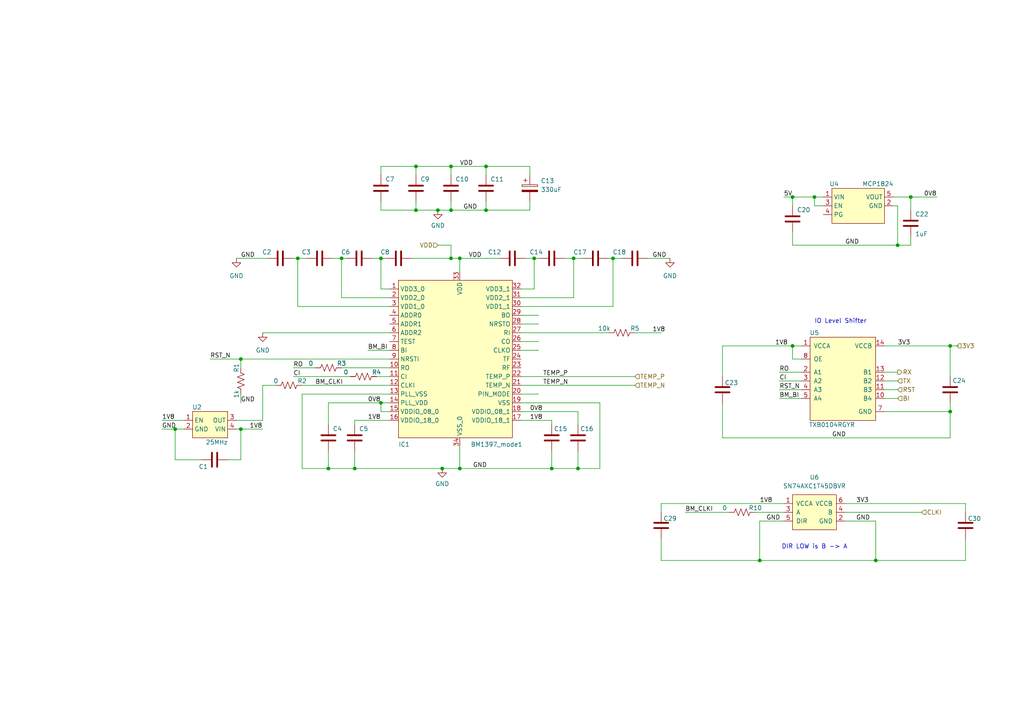
<source format=kicad_sch>
(kicad_sch (version 20231120) (generator "eeschema") (generator_version "8.0")
  (paper "A4")
  (lib_symbols
    (symbol "Device:C" (pin_numbers hide) (pin_names (offset 0.254))
      (property "Reference" "C" (at 0.635 2.54 0))
      (property "Value" "C" (at 0.635 -2.54 0))
      (symbol "C_0_1"
        (polyline (pts (xy -2.032 -0.762) (xy 2.032 -0.762)) (stroke (width 0.508)))
        (polyline (pts (xy -2.032 0.762) (xy 2.032 0.762)) (stroke (width 0.508)))
      )
      (symbol "C_1_1"
        (pin passive line (at 0 3.81 270) (length 2.794) (name "~") (number "1"))
        (pin passive line (at 0 -3.81 90) (length 2.794) (name "~") (number "2"))
      )
    )
    (symbol "Device:C_Polarized" (pin_numbers hide) (pin_names (offset 0.254))
      (property "Reference" "C" (at 0.635 2.54 0))
      (property "Value" "C_Polarized" (at 0.635 -2.54 0))
      (symbol "C_Polarized_0_1"
        (rectangle (start -2.286 0.508) (end 2.286 1.016))
        (polyline (pts (xy -1.778 2.286) (xy -0.762 2.286)))
        (polyline (pts (xy -1.27 2.794) (xy -1.27 1.778)))
        (rectangle (start 2.286 -0.508) (end -2.286 -1.016) (fill (type outline)))
      )
      (symbol "C_Polarized_1_1"
        (pin passive line (at 0 3.81 270) (length 2.794) (name "~") (number "1"))
        (pin passive line (at 0 -3.81 90) (length 2.794) (name "~") (number "2"))
      )
    )
    (symbol "Device:R_US" (pin_numbers hide) (pin_names (offset 0))
      (property "Reference" "R" (at 2.54 0 90))
      (property "Value" "R_US" (at -2.54 0 90))
      (symbol "R_US_0_1"
        (polyline (pts (xy 0 -2.286) (xy 0 -2.54)))
        (polyline (pts (xy 0 2.286) (xy 0 2.54)))
        (polyline (pts (xy 0 -0.762) (xy 1.016 -1.143) (xy 0 -1.524) (xy -1.016 -1.905) (xy 0 -2.286)))
        (polyline (pts (xy 0 0.762) (xy 1.016 0.381) (xy 0 0) (xy -1.016 -0.381) (xy 0 -0.762)))
        (polyline (pts (xy 0 2.286) (xy 1.016 1.905) (xy 0 1.524) (xy -1.016 1.143) (xy 0 0.762)))
      )
      (symbol "R_US_1_1"
        (pin passive line (at 0 3.81 270) (length 1.27) (name "~") (number "1"))
        (pin passive line (at 0 -3.81 90) (length 1.27) (name "~") (number "2"))
      )
    )
    (symbol "GND_1" (power) (pin_numbers hide) (pin_names (offset 0) hide)
      (property "Value" "GND" (at 0 -3.81 0))
      (symbol "GND_1_0_1"
        (polyline (pts (xy 0 0) (xy 0 -1.27) (xy 1.27 -1.27) (xy 0 -2.54) (xy -1.27 -1.27) (xy 0 -1.27)))
      )
      (symbol "GND_1_1_1"
        (pin power_in line (at 0 0 270) (length 0) (name "~") (number "1"))
      )
    )
    (symbol "GND_2" (power) (pin_numbers hide) (pin_names (offset 0) hide)
      (property "Value" "GND" (at 0 -3.81 0))
      (symbol "GND_2_0_1"
        (polyline (pts (xy 0 0) (xy 0 -1.27) (xy 1.27 -1.27) (xy 0 -2.54) (xy -1.27 -1.27) (xy 0 -1.27)))
      )
      (symbol "GND_2_1_1"
        (pin power_in line (at 0 0 270) (length 0) (name "~") (number "1"))
      )
    )
    (symbol "MCP1824_1"
      (property "Reference" "U" (at -7.62 5.08 0))
      (property "Value" "MCP1824_1" (at 5.08 5.08 0))
      (symbol "MCP1824_1_0_1"
        (rectangle (start -7.62 3.81) (end 7.62 -6.35) (stroke (width 0.1524)) (fill (type background)))
      )
      (symbol "MCP1824_1_1_0"
        (pin bidirectional line (at -10.16 1.27 0) (length 2.54) (name "VIN") (number "1"))
        (pin bidirectional line (at 10.16 -1.27 180) (length 2.54) (name "GND") (number "2"))
        (pin bidirectional line (at -10.16 -1.27 0) (length 2.54) (name "EN") (number "3"))
        (pin bidirectional line (at -10.16 -3.81 0) (length 2.54) (name "PG") (number "4"))
        (pin bidirectional line (at 10.16 1.27 180) (length 2.54) (name "VOUT") (number "5"))
      )
    )
    (symbol "bitaxe:BM1397_mode1"
      (property "Reference" "IC" (at -17.78 17.78 0))
      (property "Value" "BM1397_mode1" (at -17.78 -30.48 0))
      (symbol "BM1397_mode1_1_0"
        (pin bidirectional line (at -20.32 15.24 0) (length 2.54) (name "VDD3_0") (number "1"))
        (pin bidirectional line (at -20.32 -7.62 0) (length 2.54) (name "RO") (number "10"))
        (pin bidirectional line (at -20.32 -10.16 0) (length 2.54) (name "CI") (number "11"))
        (pin bidirectional line (at -20.32 -12.7 0) (length 2.54) (name "CLKI") (number "12"))
        (pin bidirectional line (at -20.32 -15.24 0) (length 2.54) (name "PLL_VSS") (number "13"))
        (pin bidirectional line (at -20.32 -17.78 0) (length 2.54) (name "PLL_VDD") (number "14"))
        (pin bidirectional line (at -20.32 -20.32 0) (length 2.54) (name "VDDIO_08_0") (number "15"))
        (pin bidirectional line (at -20.32 -22.86 0) (length 2.54) (name "VDDIO_18_0") (number "16"))
        (pin bidirectional line (at 17.78 -22.86 180) (length 2.54) (name "VDDIO_18_1") (number "17"))
        (pin bidirectional line (at 17.78 -20.32 180) (length 2.54) (name "VDDIO_08_1") (number "18"))
        (pin bidirectional line (at 17.78 -17.78 180) (length 2.54) (name "VSS") (number "19"))
        (pin bidirectional line (at -20.32 12.7 0) (length 2.54) (name "VDD2_0") (number "2"))
        (pin bidirectional line (at 17.78 -15.24 180) (length 2.54) (name "PIN_MODE") (number "20"))
        (pin bidirectional line (at 17.78 -12.7 180) (length 2.54) (name "TEMP_N") (number "21"))
        (pin bidirectional line (at 17.78 -10.16 180) (length 2.54) (name "TEMP_P") (number "22"))
        (pin bidirectional line (at 17.78 -7.62 180) (length 2.54) (name "RF") (number "23"))
        (pin bidirectional line (at 17.78 -5.08 180) (length 2.54) (name "TF") (number "24"))
        (pin bidirectional line (at 17.78 -2.54 180) (length 2.54) (name "CLKO") (number "25"))
        (pin bidirectional line (at 17.78 0 180) (length 2.54) (name "CO") (number "26"))
        (pin bidirectional line (at 17.78 2.54 180) (length 2.54) (name "RI") (number "27"))
        (pin bidirectional line (at 17.78 5.08 180) (length 2.54) (name "NRSTO") (number "28"))
        (pin bidirectional line (at 17.78 7.62 180) (length 2.54) (name "BO") (number "29"))
        (pin bidirectional line (at -20.32 10.16 0) (length 2.54) (name "VDD1_0") (number "3"))
        (pin bidirectional line (at 17.78 10.16 180) (length 2.54) (name "VDD1_1") (number "30"))
        (pin bidirectional line (at 17.78 12.7 180) (length 2.54) (name "VDD2_1") (number "31"))
        (pin bidirectional line (at 17.78 15.24 180) (length 2.54) (name "VDD3_1") (number "32"))
        (pin bidirectional line (at 0 20.32 270) (length 2.54) (name "VDD") (number "33"))
        (pin bidirectional line (at 0 -30.48 90) (length 2.54) (name "VSS_0") (number "34"))
        (pin bidirectional line (at -20.32 7.62 0) (length 2.54) (name "ADDR0") (number "4"))
        (pin bidirectional line (at -20.32 5.08 0) (length 2.54) (name "ADDR1") (number "5"))
        (pin bidirectional line (at -20.32 2.54 0) (length 2.54) (name "ADDR2") (number "6"))
        (pin bidirectional line (at -20.32 0 0) (length 2.54) (name "TEST") (number "7"))
        (pin bidirectional line (at -20.32 -2.54 0) (length 2.54) (name "BI") (number "8"))
        (pin bidirectional line (at -20.32 -5.08 0) (length 2.54) (name "NRSTI") (number "9"))
      )
      (symbol "BM1397_mode1_1_1"
        (rectangle (start -17.78 17.78) (end 15.24 -27.94) (stroke (width 0.1524)) (fill (type background)))
      )
    )
    (symbol "bitaxe:SN74AXC1T45DBVR" (pin_names (offset 1.016))
      (property "Reference" "U" (at -10.16 10.922 0))
      (property "Value" "SN74AXC1T45DBVR" (at -10.16 -2.54 0))
      (symbol "SN74AXC1T45DBVR_0_0"
        (rectangle (start -10.16 10.16) (end 2.54 0) (stroke (width 0.1524)) (fill (type background)))
        (pin power_in line (at -12.7 7.62 0) (length 2.54) (name "VCCA") (number "1"))
        (pin power_in line (at 5.08 2.54 180) (length 2.54) (name "GND") (number "2"))
        (pin bidirectional line (at -12.7 5.08 0) (length 2.54) (name "A") (number "3"))
        (pin bidirectional line (at 5.08 5.08 180) (length 2.54) (name "B") (number "4"))
        (pin input line (at -12.7 2.54 0) (length 2.54) (name "DIR") (number "5"))
        (pin power_in line (at 5.08 7.62 180) (length 2.54) (name "VCCB") (number "6"))
      )
    )
    (symbol "bitaxe:TXB0104RGYR" (pin_names (offset 1.016))
      (property "Reference" "U" (at -8.89 12.7 0))
      (property "Value" "TXB0104RGYR" (at -8.89 -11.43 0))
      (symbol "TXB0104RGYR_0_0"
        (rectangle (start -8.89 12.7) (end 10.16 -11.43) (stroke (width 0.1524)) (fill (type background)))
        (pin power_in line (at -11.43 10.16 0) (length 2.54) (name "VCCA") (number "1"))
        (pin bidirectional line (at 12.7 -5.08 180) (length 2.54) (name "B4") (number "10"))
        (pin bidirectional line (at 12.7 -2.54 180) (length 2.54) (name "B3") (number "11"))
        (pin bidirectional line (at 12.7 0 180) (length 2.54) (name "B2") (number "12"))
        (pin bidirectional line (at 12.7 2.54 180) (length 2.54) (name "B1") (number "13"))
        (pin power_in line (at 12.7 10.16 180) (length 2.54) (name "VCCB") (number "14"))
        (pin passive line (at 12.7 -8.89 180) (length 2.54) hide (name "GND") (number "15"))
        (pin passive line (at 12.7 -8.89 180) (length 2.54) hide (name "GND") (number "16"))
        (pin passive line (at 12.7 -8.89 180) (length 2.54) hide (name "GND") (number "17"))
        (pin passive line (at 12.7 -8.89 180) (length 2.54) hide (name "GND") (number "18"))
        (pin passive line (at 12.7 -8.89 180) (length 2.54) hide (name "GND") (number "19"))
        (pin bidirectional line (at -11.43 2.54 0) (length 2.54) (name "A1") (number "2"))
        (pin bidirectional line (at -11.43 0 0) (length 2.54) (name "A2") (number "3"))
        (pin bidirectional line (at -11.43 -2.54 0) (length 2.54) (name "A3") (number "4"))
        (pin bidirectional line (at -11.43 -5.08 0) (length 2.54) (name "A4") (number "5"))
        (pin power_in line (at 12.7 -8.89 180) (length 2.54) (name "GND") (number "7"))
        (pin input line (at -11.43 6.35 0) (length 2.54) (name "OE") (number "8"))
      )
    )
    (symbol "bitaxe:oscillator"
      (property "Reference" "U" (at -3.81 5.08 0))
      (property "Value" "oscillator" (at 0 -5.08 0))
      (symbol "oscillator_0_1"
        (rectangle (start -5.08 3.81) (end 5.08 -3.81) (stroke (width 0.1524)) (fill (type background)))
      )
      (symbol "oscillator_1_0"
        (pin bidirectional line (at -7.62 1.27 0) (length 2.54) (name "EN") (number "1"))
        (pin bidirectional line (at -7.62 -1.27 0) (length 2.54) (name "GND") (number "2"))
        (pin bidirectional line (at 7.62 1.27 180) (length 2.54) (name "OUT") (number "3"))
        (pin bidirectional line (at 7.62 -1.27 180) (length 2.54) (name "VIN") (number "4"))
      )
    )
    (symbol "power:GND" (power) (pin_names (offset 0))
      (property "Value" "GND" (at 0 -3.81 0))
      (symbol "GND_0_1"
        (polyline (pts (xy 0 0) (xy 0 -1.27) (xy 1.27 -1.27) (xy 0 -2.54) (xy -1.27 -1.27) (xy 0 -1.27)))
      )
      (symbol "GND_1_1"
        (pin power_in line (at 0 0 270) (length 0) hide (name "GND") (number "1"))
      )
    )
  )
  (junction (at 127 60.96))
  (junction (at 229.87 57.15) (diameter 0.9144))
  (junction (at 140.97 60.96))
  (junction (at 95.25 135.89))
  (junction (at 130.81 60.96) (diameter 0.9144))
  (junction (at 275.59 100.33))
  (junction (at 160.02 135.89))
  (junction (at 130.81 74.93))
  (junction (at 50.8 124.46))
  (junction (at 167.64 135.89))
  (junction (at 128.27 135.89))
  (junction (at 102.87 135.89))
  (junction (at 236.22 57.15))
  (junction (at 120.65 60.96) (diameter 0.9144))
  (junction (at 264.16 57.15) (diameter 0.9144))
  (junction (at 99.06 74.93))
  (junction (at 154.94 74.93))
  (junction (at 275.59 119.38))
  (junction (at 130.81 48.26) (diameter 0.9144))
  (junction (at 166.37 74.93))
  (junction (at 254 162.56))
  (junction (at 86.36 74.93))
  (junction (at 177.8 74.93))
  (junction (at 140.97 48.26))
  (junction (at 110.49 116.84))
  (junction (at 133.35 135.89))
  (junction (at 69.85 124.46))
  (junction (at 220.345 162.56))
  (junction (at 133.35 74.93))
  (junction (at 260.35 71.12) (diameter 0.9144))
  (junction (at 120.65 48.26) (diameter 0.9144))
  (junction (at 229.87 100.33))
  (junction (at 69.85 104.14))
  (junction (at 110.49 74.93))
  (wire (pts (xy 133.35 135.89) (xy 133.35 129.54)))
  (wire (pts (xy 110.49 74.93) (xy 110.49 83.82)))
  (wire (pts (xy 107.95 74.93) (xy 110.49 74.93)))
  (wire (pts (xy 69.85 124.46) (xy 76.2 124.46)))
  (wire (pts (xy 226.06 110.49) (xy 232.41 110.49)))
  (wire (pts (xy 102.87 130.81) (xy 102.87 135.89)))
  (wire (pts (xy 209.55 116.84) (xy 209.55 127)))
  (wire (pts (xy 226.06 115.57) (xy 232.41 115.57)))
  (wire (pts (xy 68.58 124.46) (xy 69.85 124.46)))
  (wire (pts (xy 187.96 74.93) (xy 194.31 74.93)))
  (wire (pts (xy 154.94 74.93) (xy 156.21 74.93)))
  (wire (pts (xy 220.345 151.13) (xy 220.345 162.56)))
  (wire (pts (xy 120.65 50.8) (xy 120.65 48.26)))
  (wire (pts (xy 76.2 96.52) (xy 113.03 96.52)))
  (wire (pts (xy 110.49 50.8) (xy 110.49 48.26)))
  (wire (pts (xy 166.37 86.36) (xy 166.37 74.93)))
  (wire (pts (xy 226.06 107.95) (xy 232.41 107.95)))
  (wire (pts (xy 130.81 60.96) (xy 127 60.96)))
  (wire (pts (xy 153.67 58.42) (xy 153.67 60.96)))
  (wire (pts (xy 236.22 59.69) (xy 238.76 59.69)))
  (wire (pts (xy 184.15 96.52) (xy 191.77 96.52)))
  (wire (pts (xy 280.035 156.21) (xy 280.035 162.56)))
  (wire (pts (xy 160.02 130.81) (xy 160.02 135.89)))
  (wire (pts (xy 86.36 88.9) (xy 86.36 74.93)))
  (wire (pts (xy 173.99 116.84) (xy 151.13 116.84)))
  (wire (pts (xy 260.35 71.12) (xy 229.87 71.12)))
  (wire (pts (xy 110.49 119.38) (xy 110.49 116.84)))
  (wire (pts (xy 245.11 151.13) (xy 254 151.13)))
  (wire (pts (xy 68.58 121.92) (xy 76.2 121.92)))
  (wire (pts (xy 260.35 59.69) (xy 259.08 59.69)))
  (wire (pts (xy 198.755 148.59) (xy 211.455 148.59)))
  (wire (pts (xy 127 60.96) (xy 120.65 60.96)))
  (wire (pts (xy 191.77 146.05) (xy 191.77 148.59)))
  (wire (pts (xy 95.25 130.81) (xy 95.25 135.89)))
  (wire (pts (xy 152.4 74.93) (xy 154.94 74.93)))
  (wire (pts (xy 236.22 59.69) (xy 236.22 57.15)))
  (wire (pts (xy 76.2 111.76) (xy 76.2 121.92)))
  (wire (pts (xy 50.8 133.35) (xy 50.8 124.46)))
  (wire (pts (xy 127 71.12) (xy 130.81 71.12)))
  (wire (pts (xy 227.33 57.15) (xy 229.87 57.15)))
  (wire (pts (xy 46.99 124.46) (xy 50.8 124.46)))
  (wire (pts (xy 167.64 119.38) (xy 167.64 123.19)))
  (wire (pts (xy 140.97 60.96) (xy 153.67 60.96)))
  (wire (pts (xy 95.25 135.89) (xy 102.87 135.89)))
  (wire (pts (xy 87.63 114.3) (xy 87.63 135.89)))
  (wire (pts (xy 236.22 57.15) (xy 238.76 57.15)))
  (wire (pts (xy 245.11 148.59) (xy 267.335 148.59)))
  (wire (pts (xy 275.59 100.33) (xy 278.13 100.33)))
  (wire (pts (xy 151.13 119.38) (xy 167.64 119.38)))
  (wire (pts (xy 95.25 116.84) (xy 110.49 116.84)))
  (wire (pts (xy 119.38 74.93) (xy 130.81 74.93)))
  (wire (pts (xy 130.81 48.26) (xy 140.97 48.26)))
  (wire (pts (xy 151.13 91.44) (xy 156.21 91.44)))
  (wire (pts (xy 68.58 74.93) (xy 77.47 74.93)))
  (wire (pts (xy 209.55 109.22) (xy 209.55 100.33)))
  (wire (pts (xy 151.13 101.6) (xy 156.21 101.6)))
  (wire (pts (xy 85.09 109.22) (xy 101.6 109.22)))
  (wire (pts (xy 245.11 146.05) (xy 280.035 146.05)))
  (wire (pts (xy 259.08 57.15) (xy 264.16 57.15)))
  (wire (pts (xy 113.03 83.82) (xy 110.49 83.82)))
  (wire (pts (xy 229.87 57.15) (xy 229.87 59.69)))
  (wire (pts (xy 86.36 74.93) (xy 88.9 74.93)))
  (wire (pts (xy 110.49 48.26) (xy 120.65 48.26)))
  (wire (pts (xy 128.27 135.89) (xy 133.35 135.89)))
  (wire (pts (xy 256.54 110.49) (xy 260.35 110.49)))
  (wire (pts (xy 140.97 50.8) (xy 140.97 48.26)))
  (wire (pts (xy 106.68 101.6) (xy 113.03 101.6)))
  (wire (pts (xy 229.87 100.33) (xy 232.41 100.33)))
  (wire (pts (xy 166.37 74.93) (xy 168.91 74.93)))
  (wire (pts (xy 120.65 60.96) (xy 110.49 60.96)))
  (wire (pts (xy 133.35 74.93) (xy 133.35 78.74)))
  (wire (pts (xy 173.99 135.89) (xy 173.99 116.84)))
  (wire (pts (xy 133.35 135.89) (xy 160.02 135.89)))
  (wire (pts (xy 66.04 133.35) (xy 69.85 133.35)))
  (wire (pts (xy 151.13 121.92) (xy 160.02 121.92)))
  (wire (pts (xy 99.06 106.68) (xy 113.03 106.68)))
  (wire (pts (xy 153.67 50.8) (xy 153.67 48.26)))
  (wire (pts (xy 110.49 58.42) (xy 110.49 60.96)))
  (wire (pts (xy 76.2 111.76) (xy 80.01 111.76)))
  (wire (pts (xy 151.13 111.76) (xy 184.15 111.76)))
  (wire (pts (xy 280.035 146.05) (xy 280.035 148.59)))
  (wire (pts (xy 69.85 104.14) (xy 113.03 104.14)))
  (wire (pts (xy 226.06 113.03) (xy 232.41 113.03)))
  (wire (pts (xy 46.99 121.92) (xy 53.34 121.92)))
  (wire (pts (xy 151.13 96.52) (xy 176.53 96.52)))
  (wire (pts (xy 95.25 123.19) (xy 95.25 116.84)))
  (wire (pts (xy 69.85 133.35) (xy 69.85 124.46)))
  (wire (pts (xy 163.83 74.93) (xy 166.37 74.93)))
  (wire (pts (xy 254 162.56) (xy 220.345 162.56)))
  (wire (pts (xy 220.345 162.56) (xy 191.77 162.56)))
  (wire (pts (xy 151.13 99.06) (xy 156.21 99.06)))
  (wire (pts (xy 140.97 48.26) (xy 153.67 48.26)))
  (wire (pts (xy 167.64 135.89) (xy 173.99 135.89)))
  (wire (pts (xy 130.81 71.12) (xy 130.81 74.93)))
  (wire (pts (xy 140.97 58.42) (xy 140.97 60.96)))
  (wire (pts (xy 85.09 106.68) (xy 91.44 106.68)))
  (wire (pts (xy 191.77 162.56) (xy 191.77 156.21)))
  (wire (pts (xy 144.78 74.93) (xy 133.35 74.93)))
  (wire (pts (xy 264.16 57.15) (xy 264.16 60.96)))
  (wire (pts (xy 151.13 93.98) (xy 156.21 93.98)))
  (wire (pts (xy 176.53 74.93) (xy 177.8 74.93)))
  (wire (pts (xy 50.8 124.46) (xy 53.34 124.46)))
  (wire (pts (xy 102.87 135.89) (xy 128.27 135.89)))
  (wire (pts (xy 256.54 115.57) (xy 260.35 115.57)))
  (wire (pts (xy 209.55 100.33) (xy 229.87 100.33)))
  (wire (pts (xy 113.03 86.36) (xy 99.06 86.36)))
  (wire (pts (xy 140.97 60.96) (xy 130.81 60.96)))
  (wire (pts (xy 113.03 119.38) (xy 110.49 119.38)))
  (wire (pts (xy 110.49 116.84) (xy 113.03 116.84)))
  (wire (pts (xy 229.87 104.14) (xy 229.87 100.33)))
  (wire (pts (xy 256.54 113.03) (xy 260.35 113.03)))
  (wire (pts (xy 160.02 135.89) (xy 167.64 135.89)))
  (wire (pts (xy 229.87 57.15) (xy 236.22 57.15)))
  (wire (pts (xy 191.77 146.05) (xy 227.33 146.05)))
  (wire (pts (xy 69.85 114.3) (xy 69.85 116.84)))
  (wire (pts (xy 167.64 130.81) (xy 167.64 135.89)))
  (wire (pts (xy 120.65 58.42) (xy 120.65 60.96)))
  (wire (pts (xy 254 151.13) (xy 254 162.56)))
  (wire (pts (xy 102.87 123.19) (xy 102.87 121.92)))
  (wire (pts (xy 102.87 121.92) (xy 113.03 121.92)))
  (wire (pts (xy 256.54 100.33) (xy 275.59 100.33)))
  (wire (pts (xy 87.63 135.89) (xy 95.25 135.89)))
  (wire (pts (xy 58.42 133.35) (xy 50.8 133.35)))
  (wire (pts (xy 87.63 114.3) (xy 113.03 114.3)))
  (wire (pts (xy 151.13 88.9) (xy 177.8 88.9)))
  (wire (pts (xy 260.35 59.69) (xy 260.35 71.12)))
  (wire (pts (xy 110.49 74.93) (xy 111.76 74.93)))
  (wire (pts (xy 85.09 74.93) (xy 86.36 74.93)))
  (wire (pts (xy 113.03 88.9) (xy 86.36 88.9)))
  (wire (pts (xy 264.16 71.12) (xy 260.35 71.12)))
  (wire (pts (xy 120.65 48.26) (xy 130.81 48.26)))
  (wire (pts (xy 275.59 119.38) (xy 275.59 127)))
  (wire (pts (xy 256.54 119.38) (xy 275.59 119.38)))
  (wire (pts (xy 229.87 67.31) (xy 229.87 71.12)))
  (wire (pts (xy 177.8 88.9) (xy 177.8 74.93)))
  (wire (pts (xy 130.81 50.8) (xy 130.81 48.26)))
  (wire (pts (xy 130.81 74.93) (xy 133.35 74.93)))
  (wire (pts (xy 60.96 104.14) (xy 69.85 104.14)))
  (wire (pts (xy 275.59 116.84) (xy 275.59 119.38)))
  (wire (pts (xy 275.59 100.33) (xy 275.59 109.22)))
  (wire (pts (xy 220.345 151.13) (xy 227.33 151.13)))
  (wire (pts (xy 96.52 74.93) (xy 99.06 74.93)))
  (wire (pts (xy 209.55 127) (xy 275.59 127)))
  (wire (pts (xy 99.06 86.36) (xy 99.06 74.93)))
  (wire (pts (xy 264.16 68.58) (xy 264.16 71.12)))
  (wire (pts (xy 160.02 121.92) (xy 160.02 123.19)))
  (wire (pts (xy 264.16 57.15) (xy 271.78 57.15)))
  (wire (pts (xy 99.06 74.93) (xy 100.33 74.93)))
  (wire (pts (xy 232.41 104.14) (xy 229.87 104.14)))
  (wire (pts (xy 154.94 83.82) (xy 154.94 74.93)))
  (wire (pts (xy 256.54 107.95) (xy 260.35 107.95)))
  (wire (pts (xy 69.85 104.14) (xy 69.85 106.68)))
  (wire (pts (xy 151.13 86.36) (xy 166.37 86.36)))
  (wire (pts (xy 151.13 109.22) (xy 184.15 109.22)))
  (wire (pts (xy 219.075 148.59) (xy 227.33 148.59)))
  (wire (pts (xy 109.22 109.22) (xy 113.03 109.22)))
  (wire (pts (xy 130.81 58.42) (xy 130.81 60.96)))
  (wire (pts (xy 151.13 83.82) (xy 154.94 83.82)))
  (wire (pts (xy 280.035 162.56) (xy 254 162.56)))
  (wire (pts (xy 151.13 114.3) (xy 156.21 114.3)))
  (wire (pts (xy 87.63 111.76) (xy 113.03 111.76)))
  (wire (pts (xy 177.8 74.93) (xy 180.34 74.93)))
  (text "DIR LOW is B -> A" (at 226.695 159.385 0) (effects (font (size 1.27 1.27)) (justify left bottom)))
  (text "IO Level Shifter" (at 236.22 93.98 0) (effects (font (size 1.27 1.27)) (justify left bottom)))
  (label "TEMP_N" (at 157.48 111.76 0))
  (label "1V8" (at 153.67 121.92 0))
  (label "0V8" (at 106.68 116.84 0))
  (label "VDD" (at 135.89 74.93 0))
  (label "GND" (at 222.25 151.13 0))
  (label "GND" (at 46.99 124.46 0))
  (label "GND" (at 189.23 74.93 0))
  (label "1V8" (at 220.345 146.05 0))
  (label "RST_N" (at 60.96 104.14 0))
  (label "RO" (at 226.06 107.95 0))
  (label "3V3" (at 248.285 146.05 0))
  (label "1V8" (at 46.99 121.92 0))
  (label "GND" (at 138.43 60.96 180))
  (label "GND" (at 245.11 71.12 0))
  (label "GND" (at 248.285 151.13 0))
  (label "0V8" (at 153.67 119.38 0))
  (label "1V8" (at 106.68 121.92 0))
  (label "3V3" (at 260.35 100.33 0))
  (label "BM_CLKI" (at 91.44 111.76 0))
  (label "1V8" (at 224.79 100.33 0))
  (label "0V8" (at 267.97 57.15 0))
  (label "GND" (at 137.16 135.89 0))
  (label "BM_BI" (at 226.06 115.57 0))
  (label "CI" (at 226.06 110.49 0))
  (label "GND" (at 69.85 74.93 0))
  (label "BM_BI" (at 106.68 101.6 0))
  (label "1V8" (at 189.23 96.52 0))
  (label "GND" (at 241.3 127 0))
  (label "CI" (at 85.09 109.22 0))
  (label "1V8" (at 72.39 124.46 0))
  (label "TEMP_P" (at 157.48 109.22 0))
  (label "GND" (at 69.85 116.84 0))
  (label "RST_N" (at 226.06 113.03 0))
  (label "BM_CLKI" (at 198.755 148.59 0))
  (label "RO" (at 85.09 106.68 0))
  (label "VDD" (at 133.35 48.26 0))
  (label "5V" (at 227.33 57.15 0))
  (hierarchical_label "TEMP_N" (shape input) (at 184.15 111.76 0))
  (hierarchical_label "RST" (shape input) (at 260.35 113.03 0))
  (hierarchical_label "CLKI" (shape input) (at 267.335 148.59 0))
  (hierarchical_label "RX" (shape output) (at 260.35 107.95 0))
  (hierarchical_label "VDD" (shape input) (at 127 71.12 180))
  (hierarchical_label "3V3" (shape input) (at 277.495 100.33 0))
  (hierarchical_label "BI" (shape input) (at 260.35 115.57 0))
  (hierarchical_label "TX" (shape input) (at 260.35 110.49 0))
  (hierarchical_label "TEMP_P" (shape input) (at 184.15 109.22 0))
  (symbol (lib_id "Device:C") (at 209.55 113.03 0) (unit 1)
    (property "Reference" "C23" (at 210.185 111.76 0) (effects (justify left bottom)))
    (property "Value" "311-3342-1-ND" (effects (hide yes)))
    (property "Footprint" "Capacitor_SMD:C_0402_1005Metric" (effects (hide yes)))
    (property "DK" "1292-1639-1-ND" (effects (hide yes)))
  )
  (symbol (lib_id "Device:C") (at 160.02 74.93 90) (unit 1)
    (property "Reference" "C14" (at 157.48 72.39 90) (effects (justify left bottom)))
    (property "Value" "587-5514-1-ND" (effects (hide yes)))
    (property "Footprint" "Capacitor_SMD:C_0402_1005Metric" (effects (hide yes)))
    (property "DK" "587-5514-1-ND" (effects (hide yes)))
  )
  (symbol (lib_id "Device:R_US") (at 215.265 148.59 90) (unit 1)
    (property "Reference" "R10" (at 219.075 147.32 90))
    (property "Value" "0" (at 210.185 147.32 90))
    (property "Footprint" "Resistor_SMD:R_0402_1005Metric" (effects (hide yes)))
    (property "DK" "RMCF0402ZT0R00CT-ND" (effects (hide yes)))
  )
  (symbol (lib_id "Device:C") (at 275.59 113.03 0) (unit 1)
    (property "Reference" "C24" (at 276.225 111.125 0) (effects (justify left bottom)))
    (property "Value" "311-3342-1-ND" (effects (hide yes)))
    (property "Footprint" "Capacitor_SMD:C_0402_1005Metric" (effects (hide yes)))
    (property "DK" "1292-1639-1-ND" (effects (hide yes)))
  )
  (symbol (lib_id "Device:C") (at 95.25 127 0) (unit 1)
    (property "Reference" "C4" (at 96.52 125.095 0) (effects (justify left bottom)))
    (property "Value" "587-5514-1-ND" (effects (hide yes)))
    (property "Footprint" "Capacitor_SMD:C_0402_1005Metric" (effects (hide yes)))
    (property "DK" "587-5514-1-ND" (effects (hide yes)))
  )
  (symbol (lib_id "Device:C") (at 167.64 127 0) (unit 1)
    (property "Reference" "C16" (at 168.275 125.095 0) (effects (justify left bottom)))
    (property "Value" "587-5514-1-ND" (effects (hide yes)))
    (property "Footprint" "Capacitor_SMD:C_0402_1005Metric" (effects (hide yes)))
    (property "DK" "587-5514-1-ND" (effects (hide yes)))
  )
  (symbol (lib_id "bitaxe:TXB0104RGYR") (at 243.84 110.49 0) (unit 1)
    (property "Reference" "U5" (at 236.22 96.52 0))
    (property "Value" "TXB0104RGYR" (at 241.3 123.19 0))
    (property "Footprint" "bitaxe:TXB0104" (effects (hide yes)))
    (property "Datasheet" "https://www.ti.com/lit/ds/symlink/txb0104.pdf?HQS=dis-dk-null-digikeymode-dsf-pf-null-wwe&ts=1669420543825&ref_url=https%253A%252F%252Fwww.ti.com%252Fgeneral%252Fdocs%252Fsuppproductinfo.tsp%253FdistId%253D10%2526gotoUrl%253Dhttps%253A%252F%252Fwww.ti.com%252Flit%252Fgpn%252Ftxb0104" (effects (hide yes)))
    (property "DK" "296-21930-1-ND" (effects (hide yes)))
    (property "PARTNO" "TXB0104RGYR" (effects (hide yes)))
  )
  (symbol (lib_id "Device:R_US") (at 95.25 106.68 90) (unit 1)
    (property "Reference" "R3" (at 99.06 105.41 90))
    (property "Value" "0" (at 90.17 105.41 90))
    (property "Footprint" "Resistor_SMD:R_0402_1005Metric" (effects (hide yes)))
    (property "DK" "RMCF0402ZT0R00CT-ND" (effects (hide yes)))
  )
  (symbol (lib_id "Device:C") (at 115.57 74.93 90) (unit 1)
    (property "Reference" "C8" (at 113.03 72.39 90) (effects (justify left bottom)))
    (property "Value" "587-5514-1-ND" (effects (hide yes)))
    (property "Footprint" "Capacitor_SMD:C_0402_1005Metric" (effects (hide yes)))
    (property "DK" "587-5514-1-ND" (effects (hide yes)))
  )
  (symbol (lib_id "Device:C") (at 264.16 64.77 0) (unit 1)
    (property "Reference" "C22" (at 265.43 62.865 0) (effects (justify left bottom)))
    (property "Value" "1uF" (at 265.43 68.58 0) (effects (justify left bottom)))
    (property "Footprint" "Capacitor_SMD:C_0402_1005Metric" (effects (hide yes)))
    (property "DK" "587-5514-1-ND" (effects (hide yes)))
  )
  (symbol (lib_id "Device:C") (at 140.97 54.61 0) (unit 1)
    (property "Reference" "C11" (at 142.24 52.705 0) (effects (justify left bottom)))
    (property "Value" "587-5514-1-ND" (effects (hide yes)))
    (property "Footprint" "Capacitor_SMD:C_0402_1005Metric" (effects (hide yes)))
    (property "DK" "587-5514-1-ND" (effects (hide yes)))
  )
  (symbol (lib_name "GND_1") (lib_id "power:GND") (at 68.58 74.93 0) (unit 1)
    (property "Reference" "#PWR07" (effects (hide yes)))
    (property "Value" "GND" (at 68.58 80.01 0))
    (property "Description" "Power symbol creates a global label with name \"GND\" , ground" (effects (hide yes)))
  )
  (symbol (lib_id "Device:C") (at 280.035 152.4 0) (unit 1)
    (property "Reference" "C30" (at 280.67 151.13 0) (effects (justify left bottom)))
    (property "Value" "311-3342-1-ND" (effects (hide yes)))
    (property "Footprint" "Capacitor_SMD:C_0402_1005Metric" (effects (hide yes)))
    (property "DK" "1292-1639-1-ND" (effects (hide yes)))
  )
  (symbol (lib_id "Device:C") (at 104.14 74.93 90) (unit 1)
    (property "Reference" "C6" (at 101.6 72.39 90) (effects (justify left bottom)))
    (property "Value" "587-5514-1-ND" (effects (hide yes)))
    (property "Footprint" "Capacitor_SMD:C_0402_1005Metric" (effects (hide yes)))
    (property "DK" "587-5514-1-ND" (effects (hide yes)))
  )
  (symbol (lib_id "power:GND") (at 128.27 135.89 0) (mirror y) (unit 1)
    (property "Reference" "#PWR02" (effects (hide yes)))
    (property "Value" "GND" (at 128.27 140.335 0))
  )
  (symbol (lib_id "bitaxe:BM1397_mode1") (at 133.35 99.06 0) (unit 1)
    (property "Reference" "IC1" (at 115.57 128.905 0) (effects (justify left)))
    (property "Value" "BM1397_mode1" (at 136.525 128.905 0) (effects (justify left)))
    (property "Footprint" "bitaxe:BM1397" (effects (hide yes)))
    (property "DNP" "T" (effects (hide yes)))
  )
  (symbol (lib_name "GND_2") (lib_id "power:GND") (at 194.31 74.93 0) (unit 1)
    (property "Reference" "#PWR08" (effects (hide yes)))
    (property "Value" "GND" (at 194.31 80.01 0))
    (property "Description" "Power symbol creates a global label with name \"GND\" , ground" (effects (hide yes)))
  )
  (symbol (lib_id "Device:C") (at 120.65 54.61 0) (unit 1)
    (property "Reference" "C9" (at 121.92 52.705 0) (effects (justify left bottom)))
    (property "Value" "311-3342-1-ND" (effects (hide yes)))
    (property "Footprint" "Capacitor_SMD:C_0402_1005Metric" (effects (hide yes)))
    (property "DK" "1292-1639-1-ND" (effects (hide yes)))
  )
  (symbol (lib_id "Device:C") (at 81.28 74.93 90) (unit 1)
    (property "Reference" "C2" (at 78.74 72.39 90) (effects (justify left bottom)))
    (property "Value" "587-5514-1-ND" (effects (hide yes)))
    (property "Footprint" "Capacitor_SMD:C_0402_1005Metric" (effects (hide yes)))
    (property "DK" "587-5514-1-ND" (effects (hide yes)))
  )
  (symbol (lib_id "Device:C") (at 92.71 74.93 90) (unit 1)
    (property "Reference" "C3" (at 90.17 72.39 90) (effects (justify left bottom)))
    (property "Value" "587-5514-1-ND" (effects (hide yes)))
    (property "Footprint" "Capacitor_SMD:C_0402_1005Metric" (effects (hide yes)))
    (property "DK" "587-5514-1-ND" (effects (hide yes)))
  )
  (symbol (lib_id "Device:C") (at 130.81 54.61 0) (unit 1)
    (property "Reference" "C10" (at 132.08 52.705 0) (effects (justify left bottom)))
    (property "Value" "587-5514-1-ND" (effects (hide yes)))
    (property "Footprint" "Capacitor_SMD:C_0402_1005Metric" (effects (hide yes)))
    (property "DK" "587-5514-1-ND" (effects (hide yes)))
  )
  (symbol (lib_id "Device:C") (at 102.87 127 0) (unit 1)
    (property "Reference" "C5" (at 104.14 125.095 0) (effects (justify left bottom)))
    (property "Value" "587-5514-1-ND" (effects (hide yes)))
    (property "Footprint" "Capacitor_SMD:C_0402_1005Metric" (effects (hide yes)))
    (property "DK" "587-5514-1-ND" (effects (hide yes)))
  )
  (symbol (lib_id "Device:C") (at 172.72 74.93 90) (unit 1)
    (property "Reference" "C17" (at 170.18 72.39 90) (effects (justify left bottom)))
    (property "Value" "587-5514-1-ND" (effects (hide yes)))
    (property "Footprint" "Capacitor_SMD:C_0402_1005Metric" (effects (hide yes)))
    (property "DK" "587-5514-1-ND" (effects (hide yes)))
  )
  (symbol (lib_name "MCP1824_1") (lib_id "bitaxe:MCP1824") (at 248.92 58.42 0) (unit 1)
    (property "Reference" "U4" (at 241.935 53.34 0))
    (property "Value" "MCP1824" (at 254.635 53.34 0))
    (property "Footprint" "Package_TO_SOT_SMD:SOT-23-5" (effects (hide yes)))
    (property "Datasheet" "https://ww1.microchip.com/downloads/en/DeviceDoc/22070a.pdf" (effects (hide yes)))
    (property "PARTNO" "MCP1824T-0802E/OT" (effects (hide yes)))
    (property "DK" "MCP1824T-0802E/OTCT-ND" (effects (hide yes)))
  )
  (symbol (lib_name "GND_1") (lib_id "power:GND") (at 76.2 96.52 0) (unit 1)
    (property "Reference" "#PWR05" (effects (hide yes)))
    (property "Value" "GND" (at 76.2 101.6 0))
    (property "Description" "Power symbol creates a global label with name \"GND\" , ground" (effects (hide yes)))
  )
  (symbol (lib_id "Device:R_US") (at 69.85 110.49 180) (unit 1)
    (property "Reference" "R1" (at 68.58 106.68 90))
    (property "Value" "1k" (at 68.58 114.3 90))
    (property "Footprint" "Resistor_SMD:R_0402_1005Metric" (effects (hide yes)))
    (property "DK" "YAG2306CT-ND" (effects (hide yes)))
  )
  (symbol (lib_id "Device:C") (at 110.49 54.61 0) (unit 1)
    (property "Reference" "C7" (at 111.76 52.705 0) (effects (justify left bottom)))
    (property "Value" "311-3342-1-ND" (effects (hide yes)))
    (property "Footprint" "Capacitor_SMD:C_0402_1005Metric" (effects (hide yes)))
    (property "DK" "1292-1639-1-ND" (effects (hide yes)))
  )
  (symbol (lib_id "Device:C") (at 229.87 63.5 0) (unit 1)
    (property "Reference" "C20" (at 231.14 61.595 0) (effects (justify left bottom)))
    (property "Value" "311-3342-1-ND" (effects (hide yes)))
    (property "Footprint" "Capacitor_SMD:C_0402_1005Metric" (effects (hide yes)))
    (property "DK" "1292-1639-1-ND" (effects (hide yes)))
  )
  (symbol (lib_id "Device:C") (at 148.59 74.93 90) (unit 1)
    (property "Reference" "C12" (at 145.415 72.39 90) (effects (justify left bottom)))
    (property "Value" "587-5514-1-ND" (effects (hide yes)))
    (property "Footprint" "Capacitor_SMD:C_0402_1005Metric" (effects (hide yes)))
    (property "DK" "587-5514-1-ND" (effects (hide yes)))
  )
  (symbol (lib_id "Device:C") (at 62.23 133.35 90) (unit 1)
    (property "Reference" "C1" (at 60.325 134.62 90) (effects (justify left bottom)))
    (property "Value" "311-3342-1-ND" (effects (hide yes)))
    (property "Footprint" "Capacitor_SMD:C_0402_1005Metric" (effects (hide yes)))
    (property "DK" "1292-1639-1-ND" (effects (hide yes)))
  )
  (symbol (lib_id "Device:R_US") (at 180.34 96.52 90) (unit 1)
    (property "Reference" "R5" (at 184.15 95.25 90))
    (property "Value" "10k" (at 175.26 95.25 90))
    (property "Footprint" "Resistor_SMD:R_0402_1005Metric" (effects (hide yes)))
    (property "DK" "311-10KJRCT-ND" (effects (hide yes)))
  )
  (symbol (lib_id "Device:C") (at 160.02 127 0) (unit 1)
    (property "Reference" "C15" (at 160.655 125.095 0) (effects (justify left bottom)))
    (property "Value" "587-5514-1-ND" (effects (hide yes)))
    (property "Footprint" "Capacitor_SMD:C_0402_1005Metric" (effects (hide yes)))
    (property "DK" "587-5514-1-ND" (effects (hide yes)))
  )
  (symbol (lib_id "Device:C_Polarized") (at 153.67 54.61 0) (unit 1)
    (property "Reference" "C13" (at 156.845 52.4509 0) (effects (justify left)))
    (property "Value" "330uF" (at 156.845 54.9909 0) (effects (justify left)))
    (property "Footprint" "Capacitor_Tantalum_SMD:CP_EIA-7343-31_Kemet-D_Pad2.25x2.55mm_HandSolder" (effects (hide yes)))
    (property "DK" "718-1028-1-ND" (effects (hide yes)))
  )
  (symbol (lib_id "Device:C") (at 184.15 74.93 90) (unit 1)
    (property "Reference" "C18" (at 181.61 72.39 90) (effects (justify left bottom)))
    (property "Value" "587-5514-1-ND" (effects (hide yes)))
    (property "Footprint" "Capacitor_SMD:C_0402_1005Metric" (effects (hide yes)))
    (property "DK" "587-5514-1-ND" (effects (hide yes)))
  )
  (symbol (lib_id "Device:R_US") (at 105.41 109.22 90) (unit 1)
    (property "Reference" "R4" (at 109.22 107.95 90))
    (property "Value" "0" (at 100.33 107.95 90))
    (property "Footprint" "Resistor_SMD:R_0402_1005Metric" (effects (hide yes)))
    (property "DK" "RMCF0402ZT0R00CT-ND" (effects (hide yes)))
  )
  (symbol (lib_id "bitaxe:oscillator") (at 60.96 123.19 0) (unit 1)
    (property "Reference" "U2" (at 57.15 118.11 0))
    (property "Value" "25MHz" (at 62.865 128.27 0))
    (property "Footprint" "bitaxe:O 25,0-JO32-B-1V3-1-T1-LF" (effects (hide yes)))
    (property "Datasheet" "https://www.jauch.com/downloadfile/5ef1edcfb8e2f73163c8ce8009ef659d1/jo32-1.8-3.3v.pdf" (effects (hide yes)))
    (property "DK" "1908-O250-JO32-B-1V3-1-T1-LFCT-ND" (effects (hide yes)))
    (property "PARTNO" "O 25,0-JO32-B-1V3-1-T1-LF" (effects (hide yes)))
  )
  (symbol (lib_id "Device:C") (at 191.77 152.4 0) (unit 1)
    (property "Reference" "C29" (at 192.405 151.13 0) (effects (justify left bottom)))
    (property "Value" "311-3342-1-ND" (effects (hide yes)))
    (property "Footprint" "Capacitor_SMD:C_0402_1005Metric" (effects (hide yes)))
    (property "DK" "1292-1639-1-ND" (effects (hide yes)))
  )
  (symbol (lib_id "Device:R_US") (at 83.82 111.76 90) (unit 1)
    (property "Reference" "R2" (at 87.63 110.49 90))
    (property "Value" "0" (at 80.01 110.49 90))
    (property "Footprint" "Resistor_SMD:R_0402_1005Metric" (effects (hide yes)))
    (property "DK" "RMCF0402ZT0R00CT-ND" (effects (hide yes)))
  )
  (symbol (lib_id "bitaxe:SN74AXC1T45DBVR") (at 240.03 153.67 0) (unit 1)
    (property "Reference" "U6" (at 236.22 138.43 0))
    (property "Value" "SN74AXC1T45DBVR" (at 236.22 140.97 0))
    (property "Footprint" "bitaxe:SN74AXC1T45" (effects (hide yes)))
    (property "Datasheet" "https://www.ti.com/lit/ds/symlink/sn74axc1t45.pdf?HQS=dis-dk-null-digikeymode-dsf-pf-null-wwe&ts=1669570203049&ref_url=https%253A%252F%252Fwww.ti.com%252Fgeneral%252Fdocs%252Fsuppproductinfo.tsp%253FdistId%253D10%2526gotoUrl%253Dhttps%253A%252F%252Fwww.ti.com%252Flit%252Fgpn%252Fsn74axc1t45" (effects (hide yes)))
    (property "DK" "296-47598-1-ND" (effects (hide yes)))
    (property "PARTNO" "SN74AXC1T45DBVR" (effects (hide yes)))
  )
  (symbol (lib_id "power:GND") (at 127 60.96 0) (mirror y) (unit 1)
    (property "Reference" "#PWR01" (effects (hide yes)))
    (property "Value" "GND" (at 127 65.405 0))
  )
)
</source>
